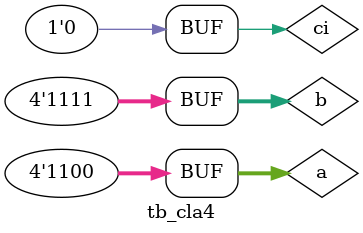
<source format=v>
`timescale 1ns/100ps
module tb_cla4;
	reg [3:0] a,b;
	reg ci;
	wire [3:0] s;
	wire co;

	cla4 cla4(a,b,ci,s,co);
	
	initial begin
	a = 4'b0011; b = 4'b0000; ci = 1'b1;
	#10; b = 4'b1111;
	#10; ci = 1'b0;
	#10; a = 4'b1100;
	end
endmodule
</source>
